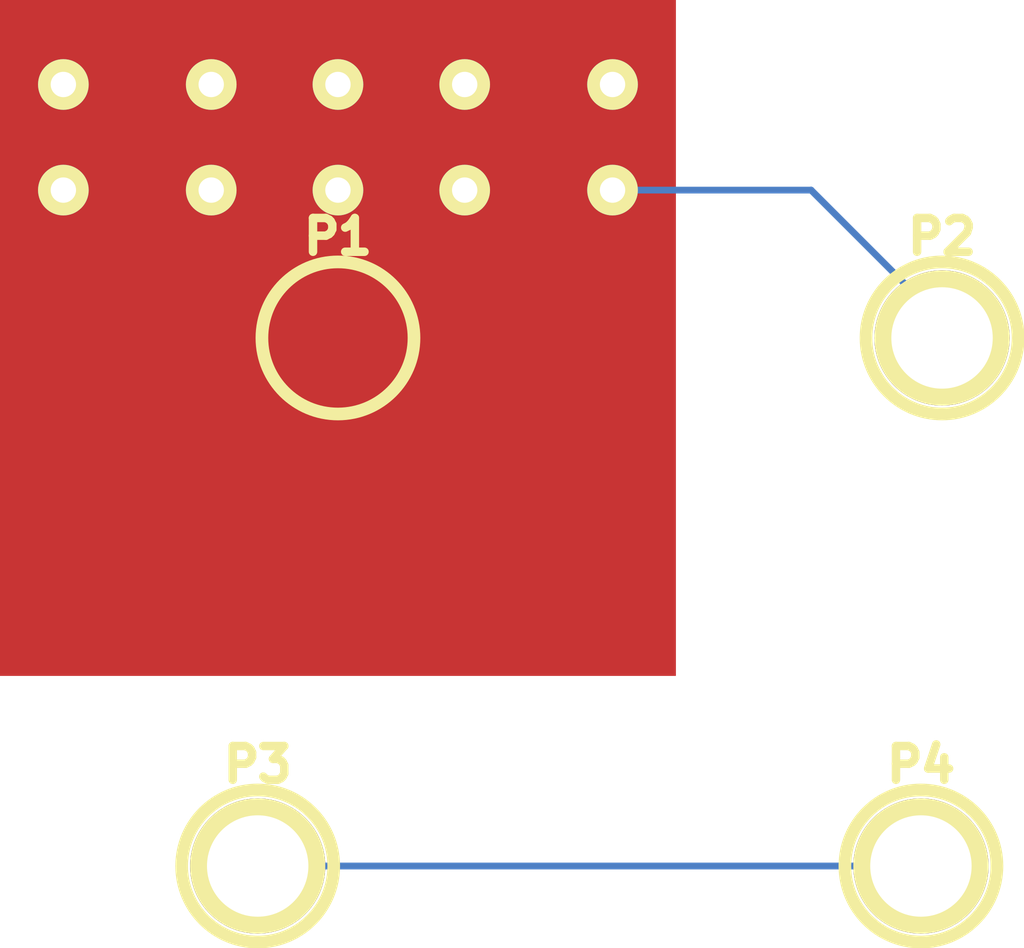
<source format=kicad_pcb>
(kicad_pcb (version 20221018) (generator pcbnew)
  (layers (0 "F.Cu" signal "Dessus") (31 "B.Cu" signal "Dessous") (34 "B.Paste" user) (35 "F.Paste" user) (36 "B.SilkS" user) (37 "F.SilkS" user) (38 "B.Mask" user) (39 "F.Mask" user) (44 "Edge.Cuts" user))
  (net 0 "")
  (net 1 "/NET1")
  (net 2 "/NET2")
  (footprint "1pin" (layer "F.Cu") (at 89.535 45.593)
    (fp_text reference "P1" (at 0 -3.048) (layer "F.SilkS") (effects (font (size 1.016 1.016) (thickness 0.254))))
    (fp_text value "CONN_1" hide)
    (fp_circle (center 0 0) (end 0 -2.286) (stroke (width 0.381)) (fill none) (layer "F.SilkS"))
    (pad "1" thru_hole circle (at -8.255 -7.62) (size 1.524 1.524) (drill 0.762) (layers "*.Cu" "*.Mask" "F.SilkS") (net 2 "/NET2"))
    (pad "1" thru_hole circle (at -8.255 -4.445) (size 1.524 1.524) (drill 0.762) (layers "*.Cu" "*.Mask" "F.SilkS") (net 2 "/NET2"))
    (pad "1" thru_hole circle (at -3.81 -7.62) (size 1.524 1.524) (drill 0.762) (layers "*.Cu" "*.Mask" "F.SilkS") (net 2 "/NET2"))
    (pad "1" thru_hole circle (at -3.81 -4.445) (size 1.524 1.524) (drill 0.762) (layers "*.Cu" "*.Mask" "F.SilkS") (net 2 "/NET2"))
    (pad "1" thru_hole circle (at 0 -7.62) (size 1.524 1.524) (drill 0.762) (layers "*.Cu" "*.Mask" "F.SilkS") (net 2 "/NET2"))
    (pad "1" thru_hole circle (at 0 -4.445) (size 1.524 1.524) (drill 0.762) (layers "*.Cu" "*.Mask" "F.SilkS") (net 2 "/NET2"))
    (pad "1" smd rect (at 0 0) (size 20.32 20.32) (layers "F.Cu" "F.Paste" "F.Mask") (net 2 "/NET2"))
    (pad "1" thru_hole circle (at 3.81 -7.62) (size 1.524 1.524) (drill 0.762) (layers "*.Cu" "*.Mask" "F.SilkS") (net 2 "/NET2"))
    (pad "1" thru_hole circle (at 3.81 -4.445) (size 1.524 1.524) (drill 0.762) (layers "*.Cu" "*.Mask" "F.SilkS") (net 2 "/NET2"))
    (pad "1" thru_hole circle (at 8.255 -7.62) (size 1.524 1.524) (drill 0.762) (layers "*.Cu" "*.Mask" "F.SilkS") (net 2 "/NET2"))
    (pad "1" thru_hole circle (at 8.255 -4.445) (size 1.524 1.524) (drill 0.762) (layers "*.Cu" "*.Mask" "F.SilkS") (net 2 "/NET2"))
  )
  (footprint "1pin" (layer "F.Cu") (at 107.696 45.593)
    (fp_text reference "P2" (at 0 -3.048) (layer "F.SilkS") (effects (font (size 1.016 1.016) (thickness 0.254))))
    (fp_text value "CONN_1" hide)
    (fp_circle (center 0 0) (end 0 -2.286) (stroke (width 0.381)) (fill none) (layer "F.SilkS"))
    (pad "1" thru_hole circle (at 0 0) (size 4.064 4.064) (drill 3.048) (layers "*.Cu" "*.Mask" "F.SilkS") (net 2 "/NET2"))
  )
  (footprint "1pin" (layer "F.Cu") (at 87.122 61.468)
    (fp_text reference "P3" (at 0 -3.048) (layer "F.SilkS") (effects (font (size 1.016 1.016) (thickness 0.254))))
    (fp_text value "CONN_1" hide)
    (fp_circle (center 0 0) (end 0 -2.286) (stroke (width 0.381)) (fill none) (layer "F.SilkS"))
    (pad "1" thru_hole circle (at 0 0) (size 4.064 4.064) (drill 3.048) (layers "*.Cu" "*.Mask" "F.SilkS") (net 1 "/NET1"))
  )
  (footprint "1pin" (layer "F.Cu") (at 107.061 61.468)
    (fp_text reference "P4" (at 0 -3.048) (layer "F.SilkS") (effects (font (size 1.016 1.016) (thickness 0.254))))
    (fp_text value "CONN_1" hide)
    (fp_circle (center 0 0) (end 0 -2.286) (stroke (width 0.381)) (fill none) (layer "F.SilkS"))
    (pad "1" thru_hole circle (at 0 0) (size 4.064 4.064) (drill 3.048) (layers "*.Cu" "*.Mask" "F.SilkS") (net 1 "/NET1"))
  )
  (segment (start 107.061 61.468) (end 87.122 61.468) (width 0.2032) (layer "B.Cu") (net 1))
  (segment (start 103.759 41.148) (end 107.696 45.085) (width 0.2032) (layer "B.Cu") (net 2))
  (segment (start 97.79 41.148) (end 103.759 41.148) (width 0.2032) (layer "B.Cu") (net 2))
  (segment (start 107.696 45.085) (end 107.696 45.593) (width 0.2032) (layer "B.Cu") (net 2))
)
</source>
